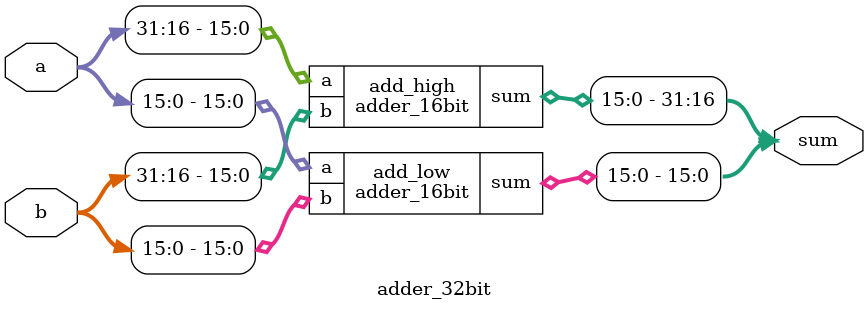
<source format=v>
module adder_8bit (
  input [7:0] a,
  input [7:0] b,
  output [7:0] sum
);

  assign sum = a + b;

endmodule

// 16 bit adder
module adder_16bit (
  input [15:0] a,
  input [15:0] b,
  output [15:0] sum  
);

  // high 8 bit adder
  adder_8bit add_high (
    .a(a[15:8]),
    .b(b[15:8]), 
    .sum(sum[15:8])
  );

  // low 8 bit adder
  adder_8bit add_low (
    .a(a[7:0]),
    .b(b[7:0]),
    .sum(sum[7:0]) 
  );

endmodule 

// 32 bit adder
module adder_32bit (
  input [31:0] a,
  input [31:0] b,
  output [31:0] sum
);

  // high 16 bit
  adder_16bit add_high (
    .a(a[31:16]),
    .b(b[31:16]),
    .sum(sum[31:16])
  );  

  // low 16 bit
  adder_16bit add_low (
    .a(a[15:0]),
    .b(b[15:0]), 
    .sum(sum[15:0])
  );

endmodule
</source>
